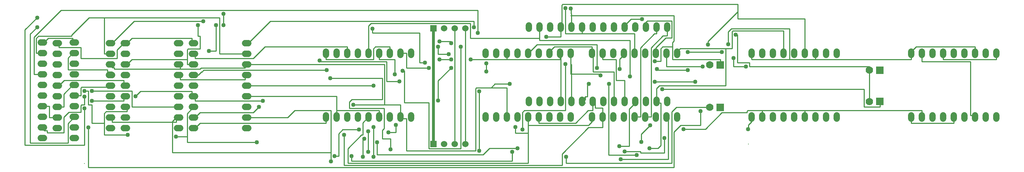
<source format=gbr>
G04 start of page 7 for group 5 idx 5 *
G04 Title: (unknown), bottom *
G04 Creator: pcb 20110918 *
G04 CreationDate: Tue 14 Jan 2014 03:41:53 PM GMT UTC *
G04 For: vince *
G04 Format: Gerber/RS-274X *
G04 PCB-Dimensions: 1000000 160000 *
G04 PCB-Coordinate-Origin: lower left *
%MOIN*%
%FSLAX25Y25*%
%LNBOTTOM*%
%ADD68C,0.0380*%
%ADD67C,0.0280*%
%ADD66C,0.1250*%
%ADD65C,0.0350*%
%ADD64C,0.0200*%
%ADD63C,0.0400*%
%ADD62C,0.0700*%
%ADD61C,0.0001*%
%ADD60C,0.0600*%
%ADD59C,0.0250*%
%ADD58C,0.0100*%
G54D58*X209500Y144500D02*Y110500D01*
Y144500D03*
X206000Y113000D03*
X199500D01*
X452000Y151500D02*X60500D01*
X194000Y141000D02*X129000D01*
X448500Y135500D03*
X155250Y144500D02*X101000D01*
X86750D02*X70500Y128250D01*
X213000Y137500D03*
X236500Y120500D03*
X129000Y141000D02*X108500Y120500D01*
X329500Y112500D02*Y111000D01*
D03*
X349500Y136750D02*Y109500D01*
X369500Y111000D03*
X233500Y90500D02*Y86000D01*
D03*
X354000Y80500D02*X236500D01*
X374000Y91000D03*
X236500Y80500D02*X235000D01*
X233500Y100500D02*Y97000D01*
D03*
Y100500D02*Y97000D01*
D03*
Y100500D02*Y97000D01*
D03*
X213000Y148000D02*Y137500D01*
D03*
X257000Y141000D02*X236500Y120500D01*
D03*
D03*
X235000D01*
X233500Y97000D03*
Y110500D03*
X241000Y106000D03*
X233500Y110500D03*
X235000D01*
X241000Y106000D02*X186500D01*
D03*
X209500Y144500D02*X155250D01*
X179000Y105000D02*Y100500D01*
Y107750D02*Y105000D01*
Y114250D02*Y107750D01*
X369500Y117000D02*X355750D01*
X353000Y130000D03*
X369500Y112500D02*Y111000D01*
X349500Y109500D03*
X354000Y115250D02*Y105000D01*
X427000Y120500D03*
Y122000D02*X416250D01*
X436000Y117000D03*
X452000Y130000D03*
X424750Y110000D02*X414750D01*
X445000Y125000D03*
X359500Y105000D03*
X427000D02*X416250D01*
X406250Y97000D02*X385000D01*
D03*
X250000Y66000D03*
X186500D03*
X250000D02*X186500D01*
X183500Y75000D02*X135000D01*
X130500Y70500D03*
X183500D03*
X119500Y80500D03*
X172500Y86000D03*
X105500Y80500D02*X107000D01*
X191000Y96000D02*X181750D01*
X172500D03*
X179000Y100500D03*
X181750Y96000D02*X172500D01*
X233500Y97000D02*X192000D01*
X189500Y90500D02*X186500D01*
Y100500D02*X179000D01*
X194500Y95000D02*X193000Y93500D01*
X192000Y97000D02*X191000Y96000D01*
X172500D02*X110500D01*
X122500Y100500D03*
X108500Y93500D02*X105500D01*
X67000Y106500D02*Y95500D01*
X79750Y79000D02*X79000Y78250D01*
X314000Y57000D02*Y17500D01*
X280000Y57000D02*X273500Y50500D01*
X250000Y66000D03*
X319500Y70500D02*Y57000D01*
Y70500D03*
Y57000D02*Y52500D01*
D03*
D03*
Y51000D03*
Y52500D01*
X349000Y37500D02*Y18000D01*
X354000Y36500D03*
D03*
Y41500D02*Y36500D01*
D03*
X349000Y18000D03*
X357500Y27000D02*Y15500D01*
D03*
X345500Y30500D03*
X354000Y13500D03*
Y36500D02*Y13500D01*
D03*
D03*
X375000Y36500D03*
X362500Y38500D02*Y30500D01*
X440500Y25500D03*
X430500D03*
G54D59*X410500D03*
G54D58*X450000Y77750D02*Y19000D01*
X436000Y117000D02*Y21000D01*
X345500Y30500D02*X344000Y29000D01*
X345500Y30500D03*
X340500Y39000D03*
X344000Y34000D03*
X340500Y39000D03*
X325250D02*X321500Y35250D01*
X349500Y51000D02*X344000Y45500D01*
X349500Y51000D03*
X364500Y62500D02*X335000D01*
X344000Y45500D02*Y34000D01*
X331500Y65250D02*Y59000D01*
X314000Y17500D02*Y9000D01*
X321500Y14000D02*X317500D01*
X314000Y17500D02*Y9000D01*
D03*
D03*
X333500Y14000D02*Y9500D01*
X330000Y17500D03*
D03*
X333500Y9500D03*
X330000Y17500D02*Y7500D01*
X344000Y13500D03*
X342750Y34000D02*X330000Y21250D01*
X326500Y34000D02*Y5500D01*
X330000Y21250D02*Y17500D01*
X321500Y35250D02*Y14000D01*
X344000Y29000D02*Y13500D01*
X135000Y75000D02*X130500Y70500D01*
X127000Y75500D03*
X130500Y70500D03*
X127000Y75500D02*X89500D01*
X86000Y62500D03*
X63000Y72500D02*Y60500D01*
X101000Y34000D03*
Y45000D02*Y34000D01*
X123000D02*X101000D01*
X67000Y26500D03*
X82500Y7000D03*
X63000Y50750D02*Y36000D01*
X79000Y61750D02*Y55500D01*
X67000Y44750D02*Y26500D01*
X82500Y24500D02*Y59000D01*
X101000Y54250D02*Y45000D01*
X186500Y50500D02*X185000D01*
X172500D03*
X169500D02*X168750D01*
X172500D03*
X171000D01*
X168750D03*
X186500Y60500D03*
X169500D03*
X171000D01*
X186500D02*X185000D01*
X108500Y46000D03*
X122500Y56000D03*
X89500Y45000D03*
X123000Y34000D03*
D03*
X127000Y60500D03*
X172500Y50500D02*X168750D01*
X169500Y60500D02*X127000D01*
X186500D02*X185250D01*
X165000Y17500D03*
X179000Y32500D02*Y27000D01*
D03*
Y43750D02*Y32500D01*
X165000Y46750D02*Y17500D01*
X179000Y54250D02*Y43750D01*
X252000Y117000D02*X241000Y106000D01*
X329500Y117000D02*X252000D01*
X209500Y110500D03*
X233500D02*X209500D01*
X310000Y95000D03*
X383000Y94500D02*X381500D01*
X310000Y95000D02*X194500D01*
X303500Y104000D02*Y103000D01*
Y104000D02*Y103000D01*
D03*
D03*
X366500D02*X303500D01*
X354000Y105000D02*X309500D01*
X364500Y100500D02*X236500D01*
X309500Y105000D03*
X362500Y87500D02*X313500D01*
X366500Y84500D03*
X378500D02*X366500D01*
X427000Y97250D02*X414750Y85000D01*
X362500Y67500D02*X333750D01*
X319500Y70500D02*X236500D01*
X414750Y66500D03*
X397500Y102000D03*
X402500D02*X397500D01*
X414750Y110000D03*
X191000Y127000D02*Y115000D01*
D03*
Y127000D03*
X194000Y141000D03*
X191000Y127000D02*X189000D01*
X179750Y115000D02*X179000Y114250D01*
X191000Y115000D02*X179750D01*
X183500Y70500D03*
X185000D01*
X186500Y90500D03*
X185000D01*
X186500Y100500D03*
X185000D01*
X189500Y90500D03*
X193000Y93500D02*X192500D01*
X183500Y125000D02*Y120500D01*
Y125000D03*
Y120500D03*
D03*
X185000D01*
X119500Y85500D02*X63500D01*
X108500Y90500D03*
X119500Y66000D02*X89500D01*
X113000Y106000D02*X79000D01*
D03*
X108500Y97500D03*
X110500D02*X108500D01*
X110500Y96000D03*
X105500Y93500D02*X104000D01*
D03*
X67000Y95500D03*
X105500Y79000D02*X79750D01*
X105500D03*
X183500Y125000D02*X127000D01*
X189000Y127000D03*
X101000Y144500D02*X86750D01*
X122500Y120500D03*
X183500D03*
X119500D02*X113000Y114000D01*
X108500Y110500D02*X101000D01*
D03*
X108500Y120500D03*
X71500Y121000D03*
X186500Y100500D03*
X183500Y75000D02*Y70500D01*
X181750Y96000D02*X172500D01*
Y100500D02*Y96000D01*
X186500Y90500D03*
Y100500D03*
X193000Y93500D03*
X192500D02*X189500Y90500D01*
X191000Y96000D03*
D03*
X193000Y93500D03*
X179000Y105000D03*
X189500Y90500D03*
X186500D02*X189500D01*
X186500D02*X189500D01*
X233500Y86000D02*X172500D01*
X179000Y105000D02*X127000D01*
X179000Y43750D02*Y32500D01*
D03*
X185250Y60500D02*X179000Y54250D01*
X169500Y60500D03*
X168750Y50500D02*Y46000D01*
Y50500D02*X165000Y46750D01*
X172500Y50500D03*
X168750Y46000D03*
X186500Y60500D03*
Y70500D02*Y66000D01*
Y60500D03*
X191000Y55000D02*X186500Y50500D01*
D03*
D03*
X183500Y75000D03*
Y70500D03*
X191000Y45000D02*X186500Y40500D01*
D03*
D03*
X185000D01*
X309500Y49500D02*Y45000D01*
D03*
X273500Y50500D03*
X314000Y57000D03*
X246500Y60500D03*
X241000Y55000D03*
D03*
X246500Y60500D03*
X241000Y55000D01*
X244500Y27000D03*
X314000Y17500D02*X165000D01*
X244500Y27000D03*
X179000D01*
X236500Y50500D02*X235000D01*
X530000Y105000D02*Y67000D01*
X509500Y49500D02*Y45000D01*
X535000Y13500D02*Y7500D01*
X534500Y100750D02*Y57000D01*
D03*
X535000Y7500D03*
X531500Y16250D02*Y5500D01*
X499500Y28500D02*Y7500D01*
Y43000D02*Y35750D01*
Y28500D01*
X479500Y105000D02*X462500D01*
X460000Y101500D02*Y93750D01*
X479500Y105000D03*
X462500D01*
X479500Y109500D02*Y105000D01*
X489500Y21500D03*
X484500Y18000D02*Y9500D01*
X487500Y41500D02*Y35750D01*
X489500Y21500D02*X463000D01*
X495750Y57000D02*X494000Y55250D01*
X499500Y35750D02*X487500D01*
X499500Y43000D02*Y35750D01*
Y49500D02*Y43000D01*
X494000Y39250D03*
Y55250D02*Y39250D01*
X556500Y82000D03*
X555000D02*X556500D01*
D03*
X529500Y105000D02*X479500D01*
X540000Y100500D02*Y64000D01*
X539500Y109500D02*Y100500D01*
X540000D03*
X539500Y91500D03*
X556500Y43000D02*X499500D01*
X555750Y57000D02*X544000Y45250D01*
Y45000D03*
Y45250D02*Y45000D01*
X556500Y43500D02*Y43000D01*
X553000Y67000D02*X550000D01*
X553000D02*X550000Y65500D01*
X553000Y64000D03*
X556250Y41000D02*X531500Y16250D01*
X555000Y82000D02*Y70000D01*
X553000D02*X550000Y65500D01*
X553000Y64000D03*
X555000Y70000D03*
X550000Y64000D02*X553000D01*
X550000D02*X553000D01*
Y70000D02*Y67000D01*
X550000Y129500D02*X534500D01*
X550000D03*
D03*
X530000Y134000D02*Y126500D01*
X531000Y137000D03*
X524000Y117000D02*X519500Y112500D01*
X531000Y137000D02*X530000D01*
X534500Y129500D03*
X507750Y119000D02*X499500Y110750D01*
X510000Y129500D02*Y125000D01*
Y134000D02*Y129500D01*
Y125000D01*
Y123000D03*
Y125000D02*Y123000D01*
X499500Y109500D03*
X530000Y107250D03*
Y105000D01*
X529500D01*
Y109500D02*Y107250D01*
Y105000D01*
X530000Y107250D02*X529500D01*
X519500Y111000D03*
X499500Y110750D02*Y109500D01*
X550000Y134000D02*Y129500D01*
D03*
X599500D02*X550000D01*
X630000Y127500D03*
X620000Y129500D03*
X634500Y125500D03*
X606500Y143000D02*X596000D01*
X534500Y153500D02*Y129500D01*
X540000Y146500D03*
Y137000D01*
Y146500D02*X539500D01*
X588250D02*X540000D01*
X539500Y153000D02*X540000Y146500D01*
X531750Y157000D02*X531000Y156250D01*
Y137000D01*
X599500Y129500D02*Y112500D01*
X595000Y123000D03*
X599500Y129500D03*
Y112500D03*
D03*
X589500Y109500D03*
D03*
Y111000D01*
D03*
X599500Y112500D02*Y111000D01*
X589500D02*Y112500D01*
D03*
X559500Y109500D02*Y111000D01*
X560500Y109500D03*
X588250Y146500D02*X540000D01*
X696500Y157000D02*X531750D01*
X596000Y143000D02*X590000Y137000D01*
X610000Y140000D02*Y134000D01*
Y140000D03*
X636500Y146500D02*X588250D01*
X636500Y122500D03*
X639500Y112500D03*
X619500D03*
X635000Y117000D02*Y113750D01*
X619500Y116250D02*Y112500D01*
X635000Y121000D02*Y117000D01*
X696500Y143500D03*
Y150250D02*Y143500D01*
X691000Y131250D02*Y115500D01*
X687500Y131000D02*Y119500D01*
X668500Y119000D03*
X665250Y115500D02*X642500D01*
X685000D03*
X668500Y122250D02*Y119000D01*
X691000Y115500D03*
X685000D02*X665250D01*
X685000D02*X665250D01*
X687500Y119500D03*
X696000Y128500D02*X694500D01*
X681500Y112000D02*X649500D01*
X696000Y102000D03*
X692500Y98500D03*
X680000Y100000D03*
X660000Y105000D03*
X635000D03*
Y113750D02*Y105000D01*
X624000Y115250D02*Y103500D01*
X660000Y105000D02*X635000D01*
X620500Y96000D02*Y95000D01*
Y96000D02*Y95000D01*
Y96000D02*Y95000D01*
D03*
D03*
X629500Y109500D02*Y98500D01*
D03*
X624000Y103500D03*
X618500D01*
X649500Y95000D02*X620500D01*
X635000Y117000D02*Y113750D01*
X636500Y122500D02*X635000Y121000D01*
X642500Y115500D02*X639500Y112500D01*
X636500Y122500D03*
X635000Y117000D03*
X639500Y112500D03*
X625750Y117000D02*X624000Y115250D01*
X628750Y125500D02*X619500Y116250D01*
X634500Y125500D02*X628750D01*
X630000Y127500D02*X626250D01*
X630000Y134000D02*Y127500D01*
X636500Y146500D02*Y122500D01*
X634500Y141500D02*Y125500D01*
Y141500D03*
X636500Y146500D03*
X626250Y127500D02*X615000Y116250D01*
X619500Y112500D03*
X635000Y117000D02*X625750D01*
X618250Y129500D02*X605000Y116250D01*
X620000Y129500D02*X618250D01*
X620000Y134000D02*Y129500D01*
X606500Y143000D03*
D03*
X605000Y116250D02*Y51000D01*
X610000Y137000D02*Y140000D01*
Y137000D02*Y140000D01*
D03*
D03*
D03*
Y137000D01*
X611500Y141500D02*X610000Y140000D01*
D03*
D03*
D03*
D03*
X615000Y116250D02*Y51000D01*
X685000Y80500D02*X622750D01*
X649500Y95000D03*
D03*
X663500Y98500D02*X629500D01*
X670000Y60000D02*X638750D01*
X656500Y84000D02*X618500D01*
X620000Y77750D02*Y67000D01*
X595000Y123000D02*Y89000D01*
D03*
X585500Y96000D03*
X595000Y89000D03*
D03*
D03*
D03*
D03*
D03*
X564000Y119000D02*Y97250D01*
X569500Y109500D02*Y105000D01*
X560500Y109500D03*
X564000Y119000D03*
X559500Y117000D02*Y109500D01*
Y117000D03*
Y109500D03*
X560500D01*
X559500D02*X560500D01*
X559500D03*
X567500Y91500D02*Y90000D01*
Y91500D03*
Y90000D02*Y91500D01*
D03*
Y90000D03*
X560500Y109500D02*Y93500D01*
X564000Y97250D03*
D03*
X580000Y93500D02*Y67000D01*
X569500Y59500D02*Y52500D01*
Y59500D03*
X575500Y82000D03*
X569500Y52500D03*
X562500Y64000D02*X560000Y65500D01*
X562500Y67000D01*
X560000D01*
X575500Y82000D02*X575000Y81500D01*
X575500Y82000D03*
D03*
X580000Y93500D03*
X582000Y105000D02*Y85500D01*
X585500Y105500D02*Y96000D01*
X582000Y105000D03*
X590000Y85500D03*
X605000Y18500D02*Y17000D01*
D03*
X627500Y31000D02*Y17000D01*
X631000Y11000D03*
X627500Y17000D03*
X624000Y24000D03*
D03*
X666000Y39500D03*
X605750Y27500D03*
X624000Y24000D02*X621500Y21500D01*
X613500D01*
X614000Y43000D03*
X615000Y51000D02*X609500D01*
X614000Y43000D03*
X615000Y51000D03*
X624000Y64000D02*Y24000D01*
Y64000D03*
Y24000D03*
D03*
D03*
D03*
X622750Y80500D02*X620000Y77750D01*
X631000Y49500D03*
X629500D02*X631000D01*
X629500D02*X631000D01*
X629500D01*
X605000Y51000D03*
X634500Y55750D02*Y7500D01*
X631000Y49500D02*Y11000D01*
X634500Y7500D03*
X636500Y3500D03*
X631000Y49500D03*
X636500Y36750D02*Y3500D01*
X605750Y34750D02*Y27500D01*
D03*
X614000Y43000D02*X605750Y34750D01*
X638750Y60000D02*X634500Y55750D01*
X601500Y15000D03*
X605000Y18500D03*
X601500Y15000D03*
X575000D01*
X559500Y46500D02*X556500Y43500D01*
X569500Y41000D02*X556250D01*
X559500Y46500D03*
D03*
X560000Y64000D02*Y57000D01*
D03*
X559500Y46500D03*
Y49500D02*Y46500D01*
X569500Y49500D02*Y41000D01*
X559500Y49500D02*Y46500D01*
Y49500D02*Y46500D01*
X569500Y52500D02*Y51000D01*
X562500Y64000D03*
Y59500D01*
X560000Y64000D02*X562500D01*
X560000D02*X562500D01*
D03*
X575000Y15000D03*
Y81500D02*Y15000D01*
X594500Y58500D02*Y23500D01*
X590000Y85500D02*Y67000D01*
X594500Y23500D03*
X605000Y51000D02*X599500D01*
X600000Y64000D03*
X599500Y49500D02*Y51000D01*
X602250Y52500D01*
X599500D01*
X600000Y64000D03*
Y65500D01*
Y67000D01*
D03*
Y64000D02*X594500Y58500D01*
X599500Y51000D03*
D03*
X71500Y125000D02*Y121000D01*
Y125000D03*
Y121000D03*
D03*
X70500Y128250D02*Y127000D01*
D03*
X39250D02*X37000Y124750D01*
X60500Y151500D02*X35000Y126000D01*
X31500Y129000D02*X38000Y135500D01*
Y144500D02*X26500Y133000D01*
X71500Y125000D02*X48500D01*
X70500Y127000D02*X39250D01*
X44500Y121000D03*
X26500Y30000D03*
X31500Y128000D02*Y129000D01*
Y26500D02*Y128000D01*
X26500Y133000D02*Y24500D01*
X55500Y50500D03*
D03*
X57000D01*
X49500D03*
X55500D02*X49500D01*
X67750Y55500D02*X63000Y50750D01*
Y60500D03*
X58500D01*
X47500Y38000D02*Y36000D01*
Y38000D03*
D03*
X63000Y36000D02*X47500D01*
D03*
X71500Y111000D02*X67000Y106500D01*
X71500Y111000D03*
X58500Y120500D02*Y116500D01*
D03*
X48500Y125000D02*X44500Y121000D01*
D03*
D03*
X63500Y85500D02*X58500Y80500D01*
D03*
D03*
X57000D01*
X71500Y81000D03*
X58500Y80500D03*
X44500Y91000D02*X35000D01*
X44500Y111000D02*X37000D01*
X35000Y91000D03*
X37000Y111000D03*
Y124750D02*Y111000D01*
X35000Y126000D02*Y91000D01*
X44500Y41000D02*Y38000D01*
Y41000D02*Y38000D01*
Y41000D02*Y38000D01*
Y41000D02*Y38000D01*
Y41000D01*
Y38000D03*
X47500D01*
X44500D02*X47500D01*
X44500D01*
D03*
D03*
X49500Y61000D02*Y50500D01*
Y61000D02*X44500D01*
X86000Y41000D02*Y3500D01*
X79000Y55500D03*
X86000Y3500D03*
X79000Y78250D02*Y71000D01*
X71500Y81000D02*X63000Y72500D01*
X79000Y71000D03*
X74500D01*
X82500Y62500D03*
X86000Y75500D03*
X82500D01*
X101000Y45000D02*X89500D01*
X102750Y56000D02*X101000Y54250D01*
X122500Y56000D02*X102750D01*
X122500Y60500D02*Y56000D01*
X108500Y50500D02*Y46000D01*
X105500Y79000D02*Y80500D01*
D03*
Y79000D03*
X119500Y80500D03*
D03*
X121000D01*
X67000Y26500D02*X31500D01*
X73250Y51000D02*X67000Y44750D01*
X44500Y41000D02*Y38000D01*
X63000Y36000D03*
X49500Y61000D03*
X26500Y24500D02*X82500D01*
X172500Y90500D02*Y86000D01*
X179000Y107750D02*Y105000D01*
X186500Y110500D02*Y106000D01*
X194000Y141000D03*
X206000Y137500D02*Y113000D01*
X189000Y137500D02*Y127000D01*
X108500Y120500D03*
D03*
D03*
X79000Y116500D02*Y106000D01*
Y116500D03*
X58500D01*
X108500Y110500D03*
D03*
Y120500D02*X107000D01*
X108500Y110500D02*X107000D01*
X104000Y95500D02*X67000D01*
X155250Y144500D02*X101000D01*
Y110500D01*
X119500Y120500D03*
X127000Y125000D02*X122500Y120500D01*
D03*
X119500D03*
X122500D03*
X121000D01*
X127000Y75500D02*Y60500D01*
X119500Y85500D02*Y80500D01*
Y70500D02*Y66000D01*
D03*
Y85500D03*
X89500Y62500D02*Y45000D01*
X86000Y75500D02*Y62500D01*
X82500Y70000D02*Y62500D01*
X79750D02*X79000Y61750D01*
X89500Y62500D03*
X127000Y105000D02*X122500Y100500D01*
D03*
D03*
X121000D01*
X105500Y80500D02*Y79000D01*
Y80500D02*Y79000D01*
Y80500D02*Y79000D01*
Y80500D01*
Y79000D01*
X104000Y95500D02*Y93500D01*
Y95500D03*
X105500Y93500D02*X104000D01*
X105500D02*X104000D01*
X105500D03*
X108500D03*
X110500Y97500D02*Y96000D01*
X108500Y93500D03*
X110500Y97500D03*
X108500D03*
Y93500D02*Y90500D01*
D03*
Y93500D01*
Y90500D02*Y93500D01*
X105500Y90500D02*Y93500D01*
Y90500D02*Y93500D01*
Y90500D01*
X107000D01*
X110500Y97500D03*
X108500D03*
Y110500D03*
X113000Y114000D02*Y106000D01*
D03*
X108500Y97500D02*X110500D01*
X108500D02*X110500D01*
X108500Y100500D02*X107000D01*
X108500D02*Y97500D01*
Y100500D02*Y97500D01*
Y100500D02*Y97500D01*
Y100500D02*Y97500D01*
Y100500D02*Y97500D01*
Y100500D01*
X820000Y95000D03*
D03*
Y65500D03*
Y95000D03*
Y65500D01*
D03*
X815000Y77000D03*
X859500Y105000D02*X769500D01*
D03*
X859500D03*
X820000Y98500D03*
Y95000D01*
Y98500D01*
Y95000D02*Y98500D01*
D03*
X830000Y60500D03*
X815000D03*
X919500Y52500D03*
D03*
Y51000D01*
D03*
X899500Y45000D02*X859500D01*
X899500Y49500D02*Y45000D01*
D03*
X859500D03*
Y49500D02*Y45000D01*
X919500Y51000D02*Y49500D01*
D03*
X915000Y52500D03*
X919500D02*X915000D01*
Y103000D02*Y52500D01*
Y103000D03*
X929500Y112500D03*
X939500Y105000D03*
X919500Y109500D03*
X864000Y117000D02*X859500Y112500D01*
D03*
Y111000D01*
Y112500D03*
X889500Y105000D03*
X869500Y109500D02*Y103000D01*
X859500Y109500D02*Y105000D01*
X869500Y103000D03*
X889500Y109500D02*Y105000D01*
Y111000D02*Y109500D01*
X919500Y117000D02*Y109500D01*
Y117000D03*
Y109500D03*
D03*
X939500Y105000D02*X889500D01*
X939500Y109500D02*Y105000D01*
X929500Y112500D03*
Y111000D01*
X919500Y109500D02*Y111000D01*
X915000Y103000D02*X869500D01*
X919500Y117000D02*X864000D01*
X859500Y51000D02*Y49500D01*
X869500Y57000D02*Y49500D01*
Y57000D03*
Y49500D03*
D03*
Y51000D01*
Y49500D03*
Y57000D02*X759500D01*
X661500Y56500D02*Y43000D01*
X642750D02*X636500Y36750D01*
X681500Y55000D02*X666000Y39500D01*
X661500Y43000D03*
X642750D01*
X709500Y46500D02*X706500Y43500D01*
X709500Y46500D03*
D03*
D03*
X706500Y43500D02*Y40000D01*
X706000Y39500D01*
X709500Y49500D02*Y46500D01*
X719500Y57000D02*Y49500D01*
D03*
Y57000D02*X712250D01*
X719500D02*X712250D01*
X719500D03*
X666000Y39500D02*X645500D01*
X706500Y25500D03*
X705000Y55000D02*X681500D01*
X705750Y57000D02*X705000Y56250D01*
Y55000D03*
X712250Y57000D02*X705750D01*
X705000Y56250D02*Y55000D01*
X660000Y105000D03*
X680000D02*Y100000D01*
Y105000D02*X660000D01*
X696500Y150250D02*X668500Y122250D01*
X696000Y128500D03*
Y102000D01*
X681500Y112000D03*
X690500Y134000D02*X687500Y131000D01*
X696500Y157000D02*Y150250D01*
D03*
Y157000D03*
X639500Y112500D02*Y111000D01*
X692500Y106500D02*Y98500D01*
X704000D03*
X707500Y102000D02*Y98500D01*
Y102000D02*X696000D01*
X707500Y98500D03*
X704000D02*X692500D01*
X709500Y105000D03*
X815000Y77000D02*Y60500D01*
X830000D02*X815000D01*
X830000Y65500D02*Y60500D01*
X815000Y77000D02*X625500D01*
X820000Y98500D02*X707500D01*
X759500Y57000D03*
X735875D01*
X719500D01*
X759500D02*X735875D01*
X719500D03*
X656500Y84000D03*
X670000Y60000D03*
X685000Y80500D03*
X656500Y84000D03*
X670000Y60000D03*
X719500Y49500D03*
D03*
Y51000D01*
X709500Y49500D02*Y46500D01*
Y49500D02*Y46500D01*
D03*
D03*
X759500Y143500D02*Y109500D01*
D03*
D03*
Y111000D01*
X769500Y105000D02*X757250D01*
X769500Y109500D02*Y105000D01*
X757250D03*
X769500D02*X757250D01*
D03*
X739500Y132000D03*
X745000Y134000D03*
X759500Y143500D03*
X757250Y105000D03*
X745000D03*
X757250D02*X745000D01*
X757250D02*X745000D01*
X685000Y115500D02*Y80500D01*
X709500Y109500D02*Y105000D01*
X707500Y102000D03*
X704000Y98500D03*
X663500D03*
X680000Y105000D03*
X663500Y98500D03*
X680000Y100000D03*
X681500Y112000D03*
X685000Y115500D03*
X691000D02*X685000D01*
X687500Y119500D03*
X668500Y119000D03*
X691750Y132000D02*X691000Y131250D01*
X694500Y128500D02*X696000D01*
X694500D02*X696000D01*
D03*
X759500Y143500D02*X696500D01*
X745000Y134000D02*X690500D01*
X739500Y132000D02*X691750D01*
X745000Y134000D02*Y105000D01*
X739500Y132000D02*Y109500D01*
D03*
D03*
Y111000D01*
Y109500D03*
X745000Y105000D02*X709500D01*
X759500Y57000D02*Y49500D01*
D03*
D03*
Y51000D01*
Y49500D03*
Y57000D03*
Y109500D03*
G54D59*X410500Y134500D02*Y25500D01*
G54D58*X430500Y134500D02*Y25500D01*
X414750Y85000D02*Y66500D01*
D03*
X430500Y25500D03*
G54D59*X410500D03*
G54D58*X440500Y134500D02*Y25500D01*
D03*
X427000Y120500D03*
Y122000D01*
Y120500D02*Y122000D01*
D03*
X436000Y117000D03*
X452000Y130000D03*
X427000Y97250D03*
X424750Y110000D03*
X427000Y105000D03*
X499500Y7500D02*X330000D01*
X531500Y5500D02*X326500D01*
X359500Y57000D02*Y49500D01*
X450000Y19000D02*X385000D01*
X463000Y21500D02*X457000Y15500D01*
X484500Y9500D03*
X494000Y39250D03*
X489500Y21500D03*
X479500Y49500D03*
D03*
Y51000D01*
X344000Y13500D03*
X354000D03*
D03*
D03*
D03*
X349000Y18000D03*
X452000Y151500D02*Y130000D01*
Y151500D03*
X427000Y105000D03*
X424750Y110000D03*
X436000Y117000D03*
D03*
X414750D02*Y110000D01*
X427000Y97250D03*
Y122000D03*
Y120500D01*
X448500Y141000D02*Y135500D01*
X445000Y139000D02*Y125000D01*
Y139000D03*
X448500Y141000D03*
Y135500D03*
X462500Y105000D02*X445500D01*
X457000Y15500D03*
X453500Y75000D02*Y19000D01*
X457000Y15500D03*
X460000Y93750D03*
X453500Y19000D03*
X436000Y21000D02*X406000D01*
X482000Y82000D03*
X479500Y78500D02*Y49500D01*
Y78500D03*
X482000Y82000D03*
X468250D02*X464750Y78500D01*
X450750D02*X450000Y77750D01*
X464750Y78500D02*X450750D01*
X499500Y109500D03*
D03*
Y111000D01*
X530000Y126500D02*X516500D01*
X510000Y125000D02*X445000D01*
Y139000D02*X351750D01*
X397500Y130000D02*X353000D01*
X329500Y111000D03*
Y112500D01*
X349500Y109500D03*
Y111000D01*
X369500D03*
Y112500D01*
X383000Y94500D03*
X385000Y111000D02*X379500D01*
X374000Y105000D02*X359500D01*
X510000Y125000D03*
X519500Y109500D02*Y111000D01*
D03*
D03*
Y112500D01*
X530000Y126500D03*
Y137000D02*X531000D01*
X530000D02*X531000D01*
D03*
X634500Y141500D02*X611500D01*
X529500Y109500D02*Y107250D01*
X530000D01*
X529500Y109500D02*Y107250D01*
X530000D01*
D03*
X564000Y119000D02*X507750D01*
X595000Y123000D02*X510000D01*
X590000Y85500D02*X582000D01*
Y105000D02*X569500D01*
X385000Y49500D02*Y19000D01*
D03*
X406000Y64500D02*Y21000D01*
Y64500D03*
Y21000D03*
Y64500D02*X383000D01*
D03*
X457000Y15500D02*X357500D01*
X484500Y9500D02*X333500D01*
X499500Y7500D03*
X359500Y49500D03*
D03*
Y51000D01*
X450000Y19000D03*
X370000Y20500D03*
X436000Y21000D03*
X499500Y35750D02*Y28500D01*
X487500Y35750D03*
X453500Y19000D03*
X560000Y57000D02*X555750D01*
X544000Y45000D02*X509500D01*
X385000Y111000D02*Y97000D01*
X374000Y105000D03*
X385000Y111000D03*
X374000Y91000D03*
X369500Y117000D02*Y112500D01*
X366500Y103000D03*
X369500Y109500D02*Y111000D01*
D03*
X374000Y105000D02*Y91000D01*
X378500Y84500D03*
X366500Y103000D02*Y84500D01*
X383000Y94500D02*Y64500D01*
X378500Y84500D03*
X397500Y130000D02*Y102000D01*
X362500Y87500D02*Y67500D01*
X333750D02*X331500Y65250D01*
X364500Y62500D02*X335000D01*
X362500Y67500D03*
X354000Y80500D03*
X364500Y100500D02*Y62500D01*
X351750Y139000D02*X349500Y136750D01*
X354000Y80500D03*
X353000Y134000D02*Y130000D01*
X354000Y105000D03*
X329500Y117000D02*Y112500D01*
X355750Y117000D02*X354000Y115250D01*
X309500Y109500D02*Y105000D01*
X369500Y117000D03*
X397500Y130000D03*
X448500Y141000D02*X257000D01*
X406250Y97000D03*
X310000Y95000D03*
X383000Y94500D03*
X381500D02*X383000D01*
X381500D02*X383000D01*
X406250Y97000D03*
X402500Y102000D03*
X303500Y104000D02*Y103000D01*
X402500Y102000D03*
X362500Y87500D03*
X479500Y78500D02*X464750D01*
X329500Y117000D03*
Y109500D02*Y111000D01*
D03*
X359500Y109500D02*Y105000D01*
X364500Y100500D03*
X349500Y109500D03*
X482000Y82000D02*X468250D01*
X460000Y93750D03*
X559500Y117000D02*X524000D01*
X540000Y100500D02*X539500D01*
Y91500D01*
X559500Y109500D03*
X560500D02*X559500D01*
X519500Y112500D02*Y111000D01*
X580000Y93500D02*X560500D01*
X567500Y91500D02*X539500D01*
X567500Y90000D03*
X560500Y93500D03*
X585500Y96000D03*
X589500Y109500D02*X585500Y105500D01*
X569500Y105000D03*
X550000Y65500D02*X553000Y64000D01*
X555000Y70000D02*X553000D01*
X556500Y82000D02*X555000D01*
X582000Y85500D03*
X634500Y7500D02*X535000D01*
X627500Y17000D02*X605000D01*
Y18500D02*X590000D01*
X631000Y11000D02*X586500D01*
X594500Y23500D02*X585000D01*
X534500Y57000D02*X495750D01*
X624000Y64000D02*X620000D01*
X569500Y59500D02*X562500D01*
D03*
X553000Y64000D02*X550000D01*
X562500D02*X560000D01*
X479500Y49500D03*
X509500Y45000D03*
X569500Y41000D03*
Y52500D03*
X559500Y46500D03*
D03*
X556500Y43000D03*
X375000Y36500D02*X368000D01*
X364000Y59000D02*Y40000D01*
D03*
Y59000D03*
Y40000D03*
X375000Y43500D02*Y36500D01*
X359500Y57000D03*
Y49500D03*
X379500Y62500D02*Y49500D01*
Y62500D03*
Y49500D03*
X385000D03*
X379500D03*
D03*
Y51000D01*
X385000Y49500D02*X379500D01*
Y62500D02*X364500D01*
D03*
X319500Y49500D02*Y51000D01*
D03*
Y52500D02*Y51000D01*
Y57000D02*Y52500D01*
D03*
D03*
X89500Y62500D02*X86000D01*
X82500D02*X79750D01*
X79000Y55500D02*X67750D01*
X314000Y57000D02*X280000D01*
X273500Y50500D02*X236500D01*
X186500D03*
X241000Y55000D02*X191000D01*
X246500Y60500D03*
X179000Y32500D02*X168500D01*
X168750Y46000D02*X108500D01*
X364000Y40000D02*X362500Y38500D01*
X345500Y30500D03*
X344000Y34000D02*X342750D01*
X309500Y45000D02*X191000D01*
X362500Y30500D03*
X340500Y39000D02*X325250D01*
X186500Y40500D03*
X349500Y49500D02*Y51000D01*
D03*
Y52500D01*
D03*
Y51000D03*
X636500Y3500D02*X86000D01*
X531500Y5500D03*
X326500D03*
X370000Y30500D02*Y20500D01*
Y30500D03*
Y20500D03*
Y30500D02*X362500D01*
X364000Y59000D02*X331500D01*
X359500Y57000D02*X319500D01*
X331500Y59000D03*
X330000Y17500D03*
Y7500D03*
X321500Y14000D03*
G54D60*X121000Y120500D03*
Y110500D03*
Y100500D03*
Y90500D03*
Y80500D03*
Y70500D03*
Y60500D03*
X171000D03*
X121000Y50500D03*
X171000D03*
X121000Y40500D03*
X171000D03*
Y70500D03*
Y80500D03*
Y90500D03*
Y100500D03*
Y110500D03*
Y120500D03*
X185000D03*
Y110500D03*
Y100500D03*
Y90500D03*
Y80500D03*
Y70500D03*
Y60500D03*
Y50500D03*
Y40500D03*
X235000Y110500D03*
Y120500D03*
X57000D03*
X107000D03*
X57000Y110500D03*
Y100500D03*
Y90500D03*
Y80500D03*
Y70500D03*
Y60500D03*
Y50500D03*
X43000Y51000D03*
Y61000D03*
X57000Y40500D03*
X43000Y31000D03*
Y41000D03*
Y71000D03*
Y81000D03*
Y91000D03*
Y101000D03*
Y111000D03*
Y121000D03*
X107000Y40500D03*
Y50500D03*
Y60500D03*
Y70500D03*
Y80500D03*
Y90500D03*
Y100500D03*
Y110500D03*
X73000Y121000D03*
Y111000D03*
Y101000D03*
Y91000D03*
Y81000D03*
Y71000D03*
Y61000D03*
Y51000D03*
Y41000D03*
Y31000D03*
G54D61*G36*
X826500Y69000D02*Y62000D01*
X833500D01*
Y69000D01*
X826500D01*
G37*
G54D62*X820000Y65500D03*
G54D60*X859500Y51000D03*
X869500D03*
X879500D03*
X889500D03*
X899500D03*
X909500D03*
X919500D03*
X929500D03*
X939500D03*
Y111000D03*
X929500D03*
X919500D03*
X909500D03*
X899500D03*
X889500D03*
X879500D03*
X869500D03*
X859500D03*
X709500Y51000D03*
X719500D03*
X729500D03*
X739500D03*
X749500D03*
X759500D03*
X769500D03*
X779500D03*
X789500D03*
G54D61*G36*
X676500Y63500D02*Y56500D01*
X683500D01*
Y63500D01*
X676500D01*
G37*
G54D62*X670000Y60000D03*
G54D60*X789500Y111000D03*
G54D61*G36*
X826500Y98500D02*Y91500D01*
X833500D01*
Y98500D01*
X826500D01*
G37*
G54D62*X820000Y95000D03*
G54D60*X779500Y111000D03*
X769500D03*
X759500D03*
X749500D03*
X739500D03*
X729500D03*
X719500D03*
X709500D03*
G54D61*G36*
X676500Y103500D02*Y96500D01*
X683500D01*
Y103500D01*
X676500D01*
G37*
G54D62*X670000Y100000D03*
G54D60*X309500Y51000D03*
X319500D03*
X329500D03*
X339500D03*
X349500D03*
X359500D03*
X369500D03*
X379500D03*
X235000Y40500D03*
Y50500D03*
Y60500D03*
Y70500D03*
Y80500D03*
Y90500D03*
Y100500D03*
X389500Y111000D03*
X379500D03*
X369500D03*
X359500D03*
X349500D03*
X339500D03*
X329500D03*
X319500D03*
X309500D03*
X389500Y51000D03*
X459500D03*
X469500D03*
X479500D03*
X489500D03*
X499500D03*
X509500D03*
G54D61*G36*
X407500Y28500D02*Y22500D01*
X413500D01*
Y28500D01*
X407500D01*
G37*
G54D60*X420500Y25500D03*
X430500D03*
X440500D03*
G54D61*G36*
X407500Y137500D02*Y131500D01*
X413500D01*
Y137500D01*
X407500D01*
G37*
G54D60*X420500Y134500D03*
X430500D03*
X440500D03*
X539500Y111000D03*
X529500D03*
X519500D03*
X509500D03*
X499500D03*
X489500D03*
X479500D03*
X469500D03*
X459500D03*
X500000Y135500D03*
X510000D03*
X520000D03*
X530000D03*
X540000D03*
X550000D03*
X560000D03*
X570000D03*
X580000D03*
X590000D03*
X600000D03*
X610000D03*
X620000D03*
X630000D03*
X519500Y51000D03*
X529500D03*
X539500D03*
X560000Y65500D03*
X550000D03*
X540000D03*
X530000D03*
X520000D03*
X510000D03*
X500000D03*
X630000D03*
X620000D03*
X610000D03*
X600000D03*
X590000D03*
X580000D03*
X570000D03*
X559500Y51000D03*
X569500D03*
X579500D03*
X589500D03*
X599500D03*
X609500D03*
X619500D03*
X629500D03*
X639500D03*
Y111000D03*
X629500D03*
X619500D03*
X609500D03*
X599500D03*
X589500D03*
X579500D03*
X569500D03*
X559500D03*
X119500Y60500D02*X122500D01*
X119500Y50500D02*X122500D01*
X119500Y40500D02*X122500D01*
X105500D02*X108500D01*
X105500Y50500D02*X108500D01*
X119500Y100500D02*X122500D01*
X119500Y90500D02*X122500D01*
X119500Y120500D02*X122500D01*
X119500Y110500D02*X122500D01*
X119500Y80500D02*X122500D01*
X119500Y70500D02*X122500D01*
X105500Y60500D02*X108500D01*
X105500Y70500D02*X108500D01*
X105500Y80500D02*X108500D01*
X105500Y90500D02*X108500D01*
X105500Y100500D02*X108500D01*
X105500Y110500D02*X108500D01*
X105500Y120500D02*X108500D01*
X309500Y52500D02*Y49500D01*
X319500Y52500D02*Y49500D01*
X329500Y52500D02*Y49500D01*
X339500Y52500D02*Y49500D01*
X349500Y52500D02*Y49500D01*
X359500Y52500D02*Y49500D01*
X369500Y52500D02*Y49500D01*
X379500Y52500D02*Y49500D01*
X389500Y52500D02*Y49500D01*
Y112500D02*Y109500D01*
X379500Y112500D02*Y109500D01*
X369500Y112500D02*Y109500D01*
X359500Y112500D02*Y109500D01*
X349500Y112500D02*Y109500D01*
X339500Y112500D02*Y109500D01*
X329500Y112500D02*Y109500D01*
X319500Y112500D02*Y109500D01*
X309500Y112500D02*Y109500D01*
X169500Y40500D02*X172500D01*
X169500Y50500D02*X172500D01*
X169500Y60500D02*X172500D01*
X169500Y90500D02*X172500D01*
X169500Y100500D02*X172500D01*
X169500Y110500D02*X172500D01*
X183500D02*X186500D01*
X169500Y120500D02*X172500D01*
X183500D02*X186500D01*
X183500Y100500D02*X186500D01*
X183500Y90500D02*X186500D01*
X169500Y70500D02*X172500D01*
X169500Y80500D02*X172500D01*
X183500D02*X186500D01*
X183500Y70500D02*X186500D01*
X183500Y60500D02*X186500D01*
X183500Y50500D02*X186500D01*
X183500Y40500D02*X186500D01*
X233500D02*X236500D01*
X233500Y50500D02*X236500D01*
X233500Y60500D02*X236500D01*
X233500Y70500D02*X236500D01*
X233500Y80500D02*X236500D01*
X233500Y90500D02*X236500D01*
X233500Y100500D02*X236500D01*
X233500Y110500D02*X236500D01*
X233500Y120500D02*X236500D01*
X55500D02*X58500D01*
X55500Y110500D02*X58500D01*
X71500Y121000D02*X74500D01*
X71500Y111000D02*X74500D01*
X55500Y80500D02*X58500D01*
X55500Y70500D02*X58500D01*
X55500Y60500D02*X58500D01*
X55500Y50500D02*X58500D01*
X55500Y40500D02*X58500D01*
X41500Y31000D02*X44500D01*
X41500Y41000D02*X44500D01*
X41500Y51000D02*X44500D01*
X41500Y61000D02*X44500D01*
X41500Y71000D02*X44500D01*
X41500Y81000D02*X44500D01*
X41500Y91000D02*X44500D01*
X41500Y101000D02*X44500D01*
X41500Y111000D02*X44500D01*
X41500Y121000D02*X44500D01*
X55500Y100500D02*X58500D01*
X55500Y90500D02*X58500D01*
X71500Y101000D02*X74500D01*
X71500Y91000D02*X74500D01*
X71500Y81000D02*X74500D01*
X71500Y71000D02*X74500D01*
X71500Y61000D02*X74500D01*
X71500Y51000D02*X74500D01*
X71500Y41000D02*X74500D01*
X71500Y31000D02*X74500D01*
X859500Y52500D02*Y49500D01*
X869500Y52500D02*Y49500D01*
X879500Y52500D02*Y49500D01*
X889500Y52500D02*Y49500D01*
X899500Y52500D02*Y49500D01*
X909500Y52500D02*Y49500D01*
X919500Y52500D02*Y49500D01*
X929500Y52500D02*Y49500D01*
X939500Y52500D02*Y49500D01*
Y112500D02*Y109500D01*
X929500Y112500D02*Y109500D01*
X919500Y112500D02*Y109500D01*
X909500Y112500D02*Y109500D01*
X899500Y112500D02*Y109500D01*
X889500Y112500D02*Y109500D01*
X879500Y112500D02*Y109500D01*
X869500Y112500D02*Y109500D01*
X709500Y52500D02*Y49500D01*
X719500Y52500D02*Y49500D01*
X729500Y52500D02*Y49500D01*
X739500Y52500D02*Y49500D01*
X749500Y52500D02*Y49500D01*
X759500Y52500D02*Y49500D01*
X769500Y52500D02*Y49500D01*
X779500Y52500D02*Y49500D01*
X789500Y52500D02*Y49500D01*
X859500Y112500D02*Y109500D01*
X789500Y112500D02*Y109500D01*
X779500Y112500D02*Y109500D01*
X769500Y112500D02*Y109500D01*
X759500Y112500D02*Y109500D01*
X749500Y112500D02*Y109500D01*
X739500Y112500D02*Y109500D01*
X729500Y112500D02*Y109500D01*
X719500Y112500D02*Y109500D01*
X709500Y112500D02*Y109500D01*
X459500Y52500D02*Y49500D01*
X469500Y52500D02*Y49500D01*
X479500Y52500D02*Y49500D01*
X489500Y52500D02*Y49500D01*
X499500Y52500D02*Y49500D01*
X509500Y52500D02*Y49500D01*
X519500Y52500D02*Y49500D01*
X509500Y112500D02*Y109500D01*
X510000Y137000D02*Y134000D01*
X499500Y112500D02*Y109500D01*
X500000Y137000D02*Y134000D01*
X489500Y112500D02*Y109500D01*
X479500Y112500D02*Y109500D01*
X469500Y112500D02*Y109500D01*
X459500Y112500D02*Y109500D01*
X529500Y52500D02*Y49500D01*
X539500Y52500D02*Y49500D01*
X540000Y67000D02*Y64000D01*
X530000Y67000D02*Y64000D01*
X520000Y67000D02*Y64000D01*
X510000Y67000D02*Y64000D01*
X500000Y67000D02*Y64000D01*
X539500Y112500D02*Y109500D01*
X529500Y112500D02*Y109500D01*
X519500Y112500D02*Y109500D01*
X520000Y137000D02*Y134000D01*
X530000Y137000D02*Y134000D01*
X540000Y137000D02*Y134000D01*
X550000Y137000D02*Y134000D01*
X559500Y112500D02*Y109500D01*
X560000Y137000D02*Y134000D01*
X570000Y137000D02*Y134000D01*
X580000Y137000D02*Y134000D01*
X630000Y67000D02*Y64000D01*
X620000Y67000D02*Y64000D01*
X610000Y67000D02*Y64000D01*
X600000Y67000D02*Y64000D01*
X590000Y67000D02*Y64000D01*
X580000Y67000D02*Y64000D01*
X570000Y67000D02*Y64000D01*
X560000Y67000D02*Y64000D01*
X550000Y67000D02*Y64000D01*
X559500Y52500D02*Y49500D01*
X569500Y52500D02*Y49500D01*
X579500Y52500D02*Y49500D01*
X589500Y52500D02*Y49500D01*
X599500Y52500D02*Y49500D01*
X609500Y52500D02*Y49500D01*
X619500Y52500D02*Y49500D01*
X629500Y52500D02*Y49500D01*
X639500Y52500D02*Y49500D01*
X590000Y137000D02*Y134000D01*
X600000Y137000D02*Y134000D01*
X610000Y137000D02*Y134000D01*
X620000Y137000D02*Y134000D01*
X619500Y112500D02*Y109500D01*
X630000Y137000D02*Y134000D01*
X639500Y112500D02*Y109500D01*
X629500Y112500D02*Y109500D01*
X609500Y112500D02*Y109500D01*
X599500Y112500D02*Y109500D01*
X589500Y112500D02*Y109500D01*
X579500Y112500D02*Y109500D01*
X569500Y112500D02*Y109500D01*
G54D63*X213000Y148000D03*
Y137500D03*
X194000Y141000D03*
X86000Y41000D03*
X82500Y70000D03*
X38000Y135500D03*
Y144500D03*
X206000Y137500D03*
X189000D03*
X89500Y66000D03*
X130500Y70500D03*
X168500Y32500D03*
X123000Y34000D03*
X244500Y27000D03*
X349000Y18000D03*
Y37500D03*
X354000Y13500D03*
Y41500D03*
Y80500D03*
X368000Y36500D03*
X357500Y27000D03*
X345500Y30500D03*
X353000Y134000D03*
X199500Y113000D03*
X303500Y104000D03*
X310000Y95000D03*
X313500Y87500D03*
X314000Y9000D03*
X344000Y13500D03*
X333500Y14000D03*
X317500D03*
X340500Y39000D03*
X326500Y34000D03*
X335000Y62500D03*
X250000Y66000D03*
X246500Y60500D03*
X82500Y59000D03*
Y75500D03*
X89500D03*
X375000Y43500D03*
X374000Y91000D03*
X378500Y84500D03*
X381500Y94500D03*
X661500Y56500D03*
X414750Y66500D03*
X575500Y82000D03*
X453500Y75000D03*
X482000Y82000D03*
X556500D03*
X460000Y93750D03*
X567500Y90000D03*
X706000Y39500D03*
X534500Y153500D03*
X539500Y153000D03*
X516500Y126500D03*
X564000Y97250D03*
X618500Y103500D03*
X668500Y119000D03*
X656500Y84000D03*
X663500Y98500D03*
X692500Y106500D03*
X681500Y112000D03*
X687500Y119500D03*
X704000Y98500D03*
X585500Y96000D03*
X606500Y143000D03*
X694500Y128500D03*
X618500Y84000D03*
X595000Y89000D03*
X625500Y77000D03*
X614000Y43000D03*
X605750Y27500D03*
X627500Y31000D03*
X590000Y18500D03*
X613500Y21500D03*
X534500Y100750D03*
X620500Y96000D03*
X649500Y95000D03*
Y112000D03*
X535000Y13500D03*
X489500Y21500D03*
X494000Y39250D03*
X601500Y15000D03*
X585000Y23500D03*
X645500Y39500D03*
X586500Y11000D03*
X484500Y18000D03*
X487500Y41500D03*
X406250Y97000D03*
X416250Y105000D03*
X427000Y97250D03*
X445500Y105000D03*
X448500Y135500D03*
X402500Y102000D03*
X460000Y101500D03*
X452000Y130000D03*
X427000Y105000D03*
X424750Y110000D03*
X414750Y117000D03*
X436000D03*
X416250Y122000D03*
X427000Y120500D03*
X370000Y20500D03*
X453500Y19000D03*
G54D64*G54D65*G54D66*G54D65*G54D66*G54D65*G54D67*G54D65*G54D66*G54D65*G54D66*G54D65*G54D67*G54D65*G54D67*G54D65*G54D67*G54D65*G54D68*G54D65*M02*

</source>
